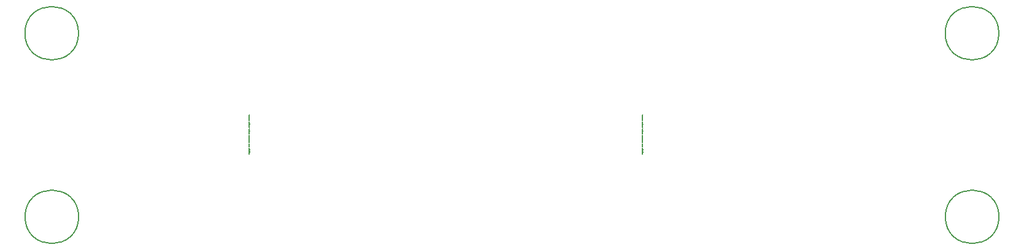
<source format=gbr>
G04 #@! TF.GenerationSoftware,KiCad,Pcbnew,(5.1.4)-1*
G04 #@! TF.CreationDate,2019-12-05T12:41:18-05:00*
G04 #@! TF.ProjectId,PB_16,50425f31-362e-46b6-9963-61645f706362,v1*
G04 #@! TF.SameCoordinates,Original*
G04 #@! TF.FileFunction,Other,Comment*
%FSLAX46Y46*%
G04 Gerber Fmt 4.6, Leading zero omitted, Abs format (unit mm)*
G04 Created by KiCad (PCBNEW (5.1.4)-1) date 2019-12-05 12:41:18*
%MOMM*%
%LPD*%
G04 APERTURE LIST*
%ADD10C,0.150000*%
%ADD11C,0.002000*%
G04 APERTURE END LIST*
D10*
X84813000Y-91693800D02*
G75*
G03X84813000Y-91693800I-3700000J0D01*
G01*
X84827600Y-117118600D02*
G75*
G03X84827600Y-117118600I-3700000J0D01*
G01*
X211813000Y-91693800D02*
G75*
G03X211813000Y-91693800I-3700000J0D01*
G01*
X211827600Y-117118600D02*
G75*
G03X211827600Y-117118600I-3700000J0D01*
G01*
D11*
X162607957Y-108334433D02*
X162614004Y-108340480D01*
X162620052Y-108358623D01*
X162620052Y-108370719D01*
X162614004Y-108388861D01*
X162601909Y-108400957D01*
X162589814Y-108407004D01*
X162565623Y-108413052D01*
X162547480Y-108413052D01*
X162523290Y-108407004D01*
X162511195Y-108400957D01*
X162499100Y-108388861D01*
X162493052Y-108370719D01*
X162493052Y-108358623D01*
X162499100Y-108340480D01*
X162505147Y-108334433D01*
X162620052Y-108261861D02*
X162614004Y-108273957D01*
X162607957Y-108280004D01*
X162595861Y-108286052D01*
X162559576Y-108286052D01*
X162547480Y-108280004D01*
X162541433Y-108273957D01*
X162535385Y-108261861D01*
X162535385Y-108243719D01*
X162541433Y-108231623D01*
X162547480Y-108225576D01*
X162559576Y-108219528D01*
X162595861Y-108219528D01*
X162607957Y-108225576D01*
X162614004Y-108231623D01*
X162620052Y-108243719D01*
X162620052Y-108261861D01*
X162535385Y-108165100D02*
X162662385Y-108165100D01*
X162541433Y-108165100D02*
X162535385Y-108153004D01*
X162535385Y-108128814D01*
X162541433Y-108116719D01*
X162547480Y-108110671D01*
X162559576Y-108104623D01*
X162595861Y-108104623D01*
X162607957Y-108110671D01*
X162614004Y-108116719D01*
X162620052Y-108128814D01*
X162620052Y-108153004D01*
X162614004Y-108165100D01*
X162535385Y-108062290D02*
X162620052Y-108032052D01*
X162535385Y-108001814D02*
X162620052Y-108032052D01*
X162650290Y-108044147D01*
X162656338Y-108050195D01*
X162662385Y-108062290D01*
X162620052Y-107953433D02*
X162535385Y-107953433D01*
X162559576Y-107953433D02*
X162547480Y-107947385D01*
X162541433Y-107941338D01*
X162535385Y-107929242D01*
X162535385Y-107917147D01*
X162620052Y-107874814D02*
X162535385Y-107874814D01*
X162493052Y-107874814D02*
X162499100Y-107880861D01*
X162505147Y-107874814D01*
X162499100Y-107868766D01*
X162493052Y-107874814D01*
X162505147Y-107874814D01*
X162535385Y-107759909D02*
X162638195Y-107759909D01*
X162650290Y-107765957D01*
X162656338Y-107772004D01*
X162662385Y-107784100D01*
X162662385Y-107802242D01*
X162656338Y-107814338D01*
X162614004Y-107759909D02*
X162620052Y-107772004D01*
X162620052Y-107796195D01*
X162614004Y-107808290D01*
X162607957Y-107814338D01*
X162595861Y-107820385D01*
X162559576Y-107820385D01*
X162547480Y-107814338D01*
X162541433Y-107808290D01*
X162535385Y-107796195D01*
X162535385Y-107772004D01*
X162541433Y-107759909D01*
X162620052Y-107699433D02*
X162493052Y-107699433D01*
X162620052Y-107645004D02*
X162553528Y-107645004D01*
X162541433Y-107651052D01*
X162535385Y-107663147D01*
X162535385Y-107681290D01*
X162541433Y-107693385D01*
X162547480Y-107699433D01*
X162535385Y-107602671D02*
X162535385Y-107554290D01*
X162493052Y-107584528D02*
X162601909Y-107584528D01*
X162614004Y-107578480D01*
X162620052Y-107566385D01*
X162620052Y-107554290D01*
X162505147Y-107421242D02*
X162499100Y-107415195D01*
X162493052Y-107403100D01*
X162493052Y-107372861D01*
X162499100Y-107360766D01*
X162505147Y-107354719D01*
X162517242Y-107348671D01*
X162529338Y-107348671D01*
X162547480Y-107354719D01*
X162620052Y-107427290D01*
X162620052Y-107348671D01*
X162493052Y-107270052D02*
X162493052Y-107257957D01*
X162499100Y-107245861D01*
X162505147Y-107239814D01*
X162517242Y-107233766D01*
X162541433Y-107227719D01*
X162571671Y-107227719D01*
X162595861Y-107233766D01*
X162607957Y-107239814D01*
X162614004Y-107245861D01*
X162620052Y-107257957D01*
X162620052Y-107270052D01*
X162614004Y-107282147D01*
X162607957Y-107288195D01*
X162595861Y-107294242D01*
X162571671Y-107300290D01*
X162541433Y-107300290D01*
X162517242Y-107294242D01*
X162505147Y-107288195D01*
X162499100Y-107282147D01*
X162493052Y-107270052D01*
X162620052Y-107106766D02*
X162620052Y-107179338D01*
X162620052Y-107143052D02*
X162493052Y-107143052D01*
X162511195Y-107155147D01*
X162523290Y-107167242D01*
X162529338Y-107179338D01*
X162493052Y-106997909D02*
X162493052Y-107022100D01*
X162499100Y-107034195D01*
X162505147Y-107040242D01*
X162523290Y-107052338D01*
X162547480Y-107058385D01*
X162595861Y-107058385D01*
X162607957Y-107052338D01*
X162614004Y-107046290D01*
X162620052Y-107034195D01*
X162620052Y-107010004D01*
X162614004Y-106997909D01*
X162607957Y-106991861D01*
X162595861Y-106985814D01*
X162565623Y-106985814D01*
X162553528Y-106991861D01*
X162547480Y-106997909D01*
X162541433Y-107010004D01*
X162541433Y-107034195D01*
X162547480Y-107046290D01*
X162553528Y-107052338D01*
X162565623Y-107058385D01*
X162583766Y-106840671D02*
X162583766Y-106780195D01*
X162620052Y-106852766D02*
X162493052Y-106810433D01*
X162620052Y-106768100D01*
X162614004Y-106671338D02*
X162620052Y-106683433D01*
X162620052Y-106707623D01*
X162614004Y-106719719D01*
X162607957Y-106725766D01*
X162595861Y-106731814D01*
X162559576Y-106731814D01*
X162547480Y-106725766D01*
X162541433Y-106719719D01*
X162535385Y-106707623D01*
X162535385Y-106683433D01*
X162541433Y-106671338D01*
X162614004Y-106562480D02*
X162620052Y-106574576D01*
X162620052Y-106598766D01*
X162614004Y-106610861D01*
X162607957Y-106616909D01*
X162595861Y-106622957D01*
X162559576Y-106622957D01*
X162547480Y-106616909D01*
X162541433Y-106610861D01*
X162535385Y-106598766D01*
X162535385Y-106574576D01*
X162541433Y-106562480D01*
X162614004Y-106459671D02*
X162620052Y-106471766D01*
X162620052Y-106495957D01*
X162614004Y-106508052D01*
X162601909Y-106514100D01*
X162553528Y-106514100D01*
X162541433Y-106508052D01*
X162535385Y-106495957D01*
X162535385Y-106471766D01*
X162541433Y-106459671D01*
X162553528Y-106453623D01*
X162565623Y-106453623D01*
X162577719Y-106514100D01*
X162620052Y-106381052D02*
X162614004Y-106393147D01*
X162601909Y-106399195D01*
X162493052Y-106399195D01*
X162614004Y-106284290D02*
X162620052Y-106296385D01*
X162620052Y-106320576D01*
X162614004Y-106332671D01*
X162601909Y-106338719D01*
X162553528Y-106338719D01*
X162541433Y-106332671D01*
X162535385Y-106320576D01*
X162535385Y-106296385D01*
X162541433Y-106284290D01*
X162553528Y-106278242D01*
X162565623Y-106278242D01*
X162577719Y-106338719D01*
X162620052Y-106223814D02*
X162535385Y-106223814D01*
X162559576Y-106223814D02*
X162547480Y-106217766D01*
X162541433Y-106211719D01*
X162535385Y-106199623D01*
X162535385Y-106187528D01*
X162620052Y-106090766D02*
X162553528Y-106090766D01*
X162541433Y-106096814D01*
X162535385Y-106108909D01*
X162535385Y-106133100D01*
X162541433Y-106145195D01*
X162614004Y-106090766D02*
X162620052Y-106102861D01*
X162620052Y-106133100D01*
X162614004Y-106145195D01*
X162601909Y-106151242D01*
X162589814Y-106151242D01*
X162577719Y-106145195D01*
X162571671Y-106133100D01*
X162571671Y-106102861D01*
X162565623Y-106090766D01*
X162535385Y-106048433D02*
X162535385Y-106000052D01*
X162493052Y-106030290D02*
X162601909Y-106030290D01*
X162614004Y-106024242D01*
X162620052Y-106012147D01*
X162620052Y-106000052D01*
X162614004Y-105909338D02*
X162620052Y-105921433D01*
X162620052Y-105945623D01*
X162614004Y-105957719D01*
X162601909Y-105963766D01*
X162553528Y-105963766D01*
X162541433Y-105957719D01*
X162535385Y-105945623D01*
X162535385Y-105921433D01*
X162541433Y-105909338D01*
X162553528Y-105903290D01*
X162565623Y-105903290D01*
X162577719Y-105963766D01*
X162620052Y-105794433D02*
X162493052Y-105794433D01*
X162614004Y-105794433D02*
X162620052Y-105806528D01*
X162620052Y-105830719D01*
X162614004Y-105842814D01*
X162607957Y-105848861D01*
X162595861Y-105854909D01*
X162559576Y-105854909D01*
X162547480Y-105848861D01*
X162541433Y-105842814D01*
X162535385Y-105830719D01*
X162535385Y-105806528D01*
X162541433Y-105794433D01*
X162620052Y-105637195D02*
X162493052Y-105637195D01*
X162493052Y-105606957D01*
X162499100Y-105588814D01*
X162511195Y-105576719D01*
X162523290Y-105570671D01*
X162547480Y-105564623D01*
X162565623Y-105564623D01*
X162589814Y-105570671D01*
X162601909Y-105576719D01*
X162614004Y-105588814D01*
X162620052Y-105606957D01*
X162620052Y-105637195D01*
X162614004Y-105461814D02*
X162620052Y-105473909D01*
X162620052Y-105498100D01*
X162614004Y-105510195D01*
X162601909Y-105516242D01*
X162553528Y-105516242D01*
X162541433Y-105510195D01*
X162535385Y-105498100D01*
X162535385Y-105473909D01*
X162541433Y-105461814D01*
X162553528Y-105455766D01*
X162565623Y-105455766D01*
X162577719Y-105516242D01*
X162614004Y-105407385D02*
X162620052Y-105395290D01*
X162620052Y-105371100D01*
X162614004Y-105359004D01*
X162601909Y-105352957D01*
X162595861Y-105352957D01*
X162583766Y-105359004D01*
X162577719Y-105371100D01*
X162577719Y-105389242D01*
X162571671Y-105401338D01*
X162559576Y-105407385D01*
X162553528Y-105407385D01*
X162541433Y-105401338D01*
X162535385Y-105389242D01*
X162535385Y-105371100D01*
X162541433Y-105359004D01*
X162620052Y-105298528D02*
X162535385Y-105298528D01*
X162493052Y-105298528D02*
X162499100Y-105304576D01*
X162505147Y-105298528D01*
X162499100Y-105292480D01*
X162493052Y-105298528D01*
X162505147Y-105298528D01*
X162535385Y-105183623D02*
X162638195Y-105183623D01*
X162650290Y-105189671D01*
X162656338Y-105195719D01*
X162662385Y-105207814D01*
X162662385Y-105225957D01*
X162656338Y-105238052D01*
X162614004Y-105183623D02*
X162620052Y-105195719D01*
X162620052Y-105219909D01*
X162614004Y-105232004D01*
X162607957Y-105238052D01*
X162595861Y-105244100D01*
X162559576Y-105244100D01*
X162547480Y-105238052D01*
X162541433Y-105232004D01*
X162535385Y-105219909D01*
X162535385Y-105195719D01*
X162541433Y-105183623D01*
X162535385Y-105123147D02*
X162620052Y-105123147D01*
X162547480Y-105123147D02*
X162541433Y-105117100D01*
X162535385Y-105105004D01*
X162535385Y-105086861D01*
X162541433Y-105074766D01*
X162553528Y-105068719D01*
X162620052Y-105068719D01*
X162614004Y-105014290D02*
X162620052Y-105002195D01*
X162620052Y-104978004D01*
X162614004Y-104965909D01*
X162601909Y-104959861D01*
X162595861Y-104959861D01*
X162583766Y-104965909D01*
X162577719Y-104978004D01*
X162577719Y-104996147D01*
X162571671Y-105008242D01*
X162559576Y-105014290D01*
X162553528Y-105014290D01*
X162541433Y-105008242D01*
X162535385Y-104996147D01*
X162535385Y-104978004D01*
X162541433Y-104965909D01*
X162607957Y-104905433D02*
X162614004Y-104899385D01*
X162620052Y-104905433D01*
X162614004Y-104911480D01*
X162607957Y-104905433D01*
X162620052Y-104905433D01*
X162583766Y-104754242D02*
X162583766Y-104693766D01*
X162620052Y-104766338D02*
X162493052Y-104724004D01*
X162620052Y-104681671D01*
X162620052Y-104621195D02*
X162614004Y-104633290D01*
X162601909Y-104639338D01*
X162493052Y-104639338D01*
X162620052Y-104554671D02*
X162614004Y-104566766D01*
X162601909Y-104572814D01*
X162493052Y-104572814D01*
X162620052Y-104409528D02*
X162535385Y-104409528D01*
X162559576Y-104409528D02*
X162547480Y-104403480D01*
X162541433Y-104397433D01*
X162535385Y-104385338D01*
X162535385Y-104373242D01*
X162620052Y-104330909D02*
X162535385Y-104330909D01*
X162493052Y-104330909D02*
X162499100Y-104336957D01*
X162505147Y-104330909D01*
X162499100Y-104324861D01*
X162493052Y-104330909D01*
X162505147Y-104330909D01*
X162535385Y-104216004D02*
X162638195Y-104216004D01*
X162650290Y-104222052D01*
X162656338Y-104228100D01*
X162662385Y-104240195D01*
X162662385Y-104258338D01*
X162656338Y-104270433D01*
X162614004Y-104216004D02*
X162620052Y-104228100D01*
X162620052Y-104252290D01*
X162614004Y-104264385D01*
X162607957Y-104270433D01*
X162595861Y-104276480D01*
X162559576Y-104276480D01*
X162547480Y-104270433D01*
X162541433Y-104264385D01*
X162535385Y-104252290D01*
X162535385Y-104228100D01*
X162541433Y-104216004D01*
X162620052Y-104155528D02*
X162493052Y-104155528D01*
X162620052Y-104101100D02*
X162553528Y-104101100D01*
X162541433Y-104107147D01*
X162535385Y-104119242D01*
X162535385Y-104137385D01*
X162541433Y-104149480D01*
X162547480Y-104155528D01*
X162535385Y-104058766D02*
X162535385Y-104010385D01*
X162493052Y-104040623D02*
X162601909Y-104040623D01*
X162614004Y-104034576D01*
X162620052Y-104022480D01*
X162620052Y-104010385D01*
X162614004Y-103974100D02*
X162620052Y-103962004D01*
X162620052Y-103937814D01*
X162614004Y-103925719D01*
X162601909Y-103919671D01*
X162595861Y-103919671D01*
X162583766Y-103925719D01*
X162577719Y-103937814D01*
X162577719Y-103955957D01*
X162571671Y-103968052D01*
X162559576Y-103974100D01*
X162553528Y-103974100D01*
X162541433Y-103968052D01*
X162535385Y-103955957D01*
X162535385Y-103937814D01*
X162541433Y-103925719D01*
X162620052Y-103768480D02*
X162535385Y-103768480D01*
X162559576Y-103768480D02*
X162547480Y-103762433D01*
X162541433Y-103756385D01*
X162535385Y-103744290D01*
X162535385Y-103732195D01*
X162614004Y-103641480D02*
X162620052Y-103653576D01*
X162620052Y-103677766D01*
X162614004Y-103689861D01*
X162601909Y-103695909D01*
X162553528Y-103695909D01*
X162541433Y-103689861D01*
X162535385Y-103677766D01*
X162535385Y-103653576D01*
X162541433Y-103641480D01*
X162553528Y-103635433D01*
X162565623Y-103635433D01*
X162577719Y-103695909D01*
X162614004Y-103587052D02*
X162620052Y-103574957D01*
X162620052Y-103550766D01*
X162614004Y-103538671D01*
X162601909Y-103532623D01*
X162595861Y-103532623D01*
X162583766Y-103538671D01*
X162577719Y-103550766D01*
X162577719Y-103568909D01*
X162571671Y-103581004D01*
X162559576Y-103587052D01*
X162553528Y-103587052D01*
X162541433Y-103581004D01*
X162535385Y-103568909D01*
X162535385Y-103550766D01*
X162541433Y-103538671D01*
X162614004Y-103429814D02*
X162620052Y-103441909D01*
X162620052Y-103466100D01*
X162614004Y-103478195D01*
X162601909Y-103484242D01*
X162553528Y-103484242D01*
X162541433Y-103478195D01*
X162535385Y-103466100D01*
X162535385Y-103441909D01*
X162541433Y-103429814D01*
X162553528Y-103423766D01*
X162565623Y-103423766D01*
X162577719Y-103484242D01*
X162620052Y-103369338D02*
X162535385Y-103369338D01*
X162559576Y-103369338D02*
X162547480Y-103363290D01*
X162541433Y-103357242D01*
X162535385Y-103345147D01*
X162535385Y-103333052D01*
X162535385Y-103302814D02*
X162620052Y-103272576D01*
X162535385Y-103242338D01*
X162614004Y-103145576D02*
X162620052Y-103157671D01*
X162620052Y-103181861D01*
X162614004Y-103193957D01*
X162601909Y-103200004D01*
X162553528Y-103200004D01*
X162541433Y-103193957D01*
X162535385Y-103181861D01*
X162535385Y-103157671D01*
X162541433Y-103145576D01*
X162553528Y-103139528D01*
X162565623Y-103139528D01*
X162577719Y-103200004D01*
X162620052Y-103030671D02*
X162493052Y-103030671D01*
X162614004Y-103030671D02*
X162620052Y-103042766D01*
X162620052Y-103066957D01*
X162614004Y-103079052D01*
X162607957Y-103085100D01*
X162595861Y-103091147D01*
X162559576Y-103091147D01*
X162547480Y-103085100D01*
X162541433Y-103079052D01*
X162535385Y-103066957D01*
X162535385Y-103042766D01*
X162541433Y-103030671D01*
X162607957Y-102970195D02*
X162614004Y-102964147D01*
X162620052Y-102970195D01*
X162614004Y-102976242D01*
X162607957Y-102970195D01*
X162620052Y-102970195D01*
X108357957Y-108334433D02*
X108364004Y-108340480D01*
X108370052Y-108358623D01*
X108370052Y-108370719D01*
X108364004Y-108388861D01*
X108351909Y-108400957D01*
X108339814Y-108407004D01*
X108315623Y-108413052D01*
X108297480Y-108413052D01*
X108273290Y-108407004D01*
X108261195Y-108400957D01*
X108249100Y-108388861D01*
X108243052Y-108370719D01*
X108243052Y-108358623D01*
X108249100Y-108340480D01*
X108255147Y-108334433D01*
X108370052Y-108261861D02*
X108364004Y-108273957D01*
X108357957Y-108280004D01*
X108345861Y-108286052D01*
X108309576Y-108286052D01*
X108297480Y-108280004D01*
X108291433Y-108273957D01*
X108285385Y-108261861D01*
X108285385Y-108243719D01*
X108291433Y-108231623D01*
X108297480Y-108225576D01*
X108309576Y-108219528D01*
X108345861Y-108219528D01*
X108357957Y-108225576D01*
X108364004Y-108231623D01*
X108370052Y-108243719D01*
X108370052Y-108261861D01*
X108285385Y-108165100D02*
X108412385Y-108165100D01*
X108291433Y-108165100D02*
X108285385Y-108153004D01*
X108285385Y-108128814D01*
X108291433Y-108116719D01*
X108297480Y-108110671D01*
X108309576Y-108104623D01*
X108345861Y-108104623D01*
X108357957Y-108110671D01*
X108364004Y-108116719D01*
X108370052Y-108128814D01*
X108370052Y-108153004D01*
X108364004Y-108165100D01*
X108285385Y-108062290D02*
X108370052Y-108032052D01*
X108285385Y-108001814D02*
X108370052Y-108032052D01*
X108400290Y-108044147D01*
X108406338Y-108050195D01*
X108412385Y-108062290D01*
X108370052Y-107953433D02*
X108285385Y-107953433D01*
X108309576Y-107953433D02*
X108297480Y-107947385D01*
X108291433Y-107941338D01*
X108285385Y-107929242D01*
X108285385Y-107917147D01*
X108370052Y-107874814D02*
X108285385Y-107874814D01*
X108243052Y-107874814D02*
X108249100Y-107880861D01*
X108255147Y-107874814D01*
X108249100Y-107868766D01*
X108243052Y-107874814D01*
X108255147Y-107874814D01*
X108285385Y-107759909D02*
X108388195Y-107759909D01*
X108400290Y-107765957D01*
X108406338Y-107772004D01*
X108412385Y-107784100D01*
X108412385Y-107802242D01*
X108406338Y-107814338D01*
X108364004Y-107759909D02*
X108370052Y-107772004D01*
X108370052Y-107796195D01*
X108364004Y-107808290D01*
X108357957Y-107814338D01*
X108345861Y-107820385D01*
X108309576Y-107820385D01*
X108297480Y-107814338D01*
X108291433Y-107808290D01*
X108285385Y-107796195D01*
X108285385Y-107772004D01*
X108291433Y-107759909D01*
X108370052Y-107699433D02*
X108243052Y-107699433D01*
X108370052Y-107645004D02*
X108303528Y-107645004D01*
X108291433Y-107651052D01*
X108285385Y-107663147D01*
X108285385Y-107681290D01*
X108291433Y-107693385D01*
X108297480Y-107699433D01*
X108285385Y-107602671D02*
X108285385Y-107554290D01*
X108243052Y-107584528D02*
X108351909Y-107584528D01*
X108364004Y-107578480D01*
X108370052Y-107566385D01*
X108370052Y-107554290D01*
X108255147Y-107421242D02*
X108249100Y-107415195D01*
X108243052Y-107403100D01*
X108243052Y-107372861D01*
X108249100Y-107360766D01*
X108255147Y-107354719D01*
X108267242Y-107348671D01*
X108279338Y-107348671D01*
X108297480Y-107354719D01*
X108370052Y-107427290D01*
X108370052Y-107348671D01*
X108243052Y-107270052D02*
X108243052Y-107257957D01*
X108249100Y-107245861D01*
X108255147Y-107239814D01*
X108267242Y-107233766D01*
X108291433Y-107227719D01*
X108321671Y-107227719D01*
X108345861Y-107233766D01*
X108357957Y-107239814D01*
X108364004Y-107245861D01*
X108370052Y-107257957D01*
X108370052Y-107270052D01*
X108364004Y-107282147D01*
X108357957Y-107288195D01*
X108345861Y-107294242D01*
X108321671Y-107300290D01*
X108291433Y-107300290D01*
X108267242Y-107294242D01*
X108255147Y-107288195D01*
X108249100Y-107282147D01*
X108243052Y-107270052D01*
X108370052Y-107106766D02*
X108370052Y-107179338D01*
X108370052Y-107143052D02*
X108243052Y-107143052D01*
X108261195Y-107155147D01*
X108273290Y-107167242D01*
X108279338Y-107179338D01*
X108243052Y-106997909D02*
X108243052Y-107022100D01*
X108249100Y-107034195D01*
X108255147Y-107040242D01*
X108273290Y-107052338D01*
X108297480Y-107058385D01*
X108345861Y-107058385D01*
X108357957Y-107052338D01*
X108364004Y-107046290D01*
X108370052Y-107034195D01*
X108370052Y-107010004D01*
X108364004Y-106997909D01*
X108357957Y-106991861D01*
X108345861Y-106985814D01*
X108315623Y-106985814D01*
X108303528Y-106991861D01*
X108297480Y-106997909D01*
X108291433Y-107010004D01*
X108291433Y-107034195D01*
X108297480Y-107046290D01*
X108303528Y-107052338D01*
X108315623Y-107058385D01*
X108333766Y-106840671D02*
X108333766Y-106780195D01*
X108370052Y-106852766D02*
X108243052Y-106810433D01*
X108370052Y-106768100D01*
X108364004Y-106671338D02*
X108370052Y-106683433D01*
X108370052Y-106707623D01*
X108364004Y-106719719D01*
X108357957Y-106725766D01*
X108345861Y-106731814D01*
X108309576Y-106731814D01*
X108297480Y-106725766D01*
X108291433Y-106719719D01*
X108285385Y-106707623D01*
X108285385Y-106683433D01*
X108291433Y-106671338D01*
X108364004Y-106562480D02*
X108370052Y-106574576D01*
X108370052Y-106598766D01*
X108364004Y-106610861D01*
X108357957Y-106616909D01*
X108345861Y-106622957D01*
X108309576Y-106622957D01*
X108297480Y-106616909D01*
X108291433Y-106610861D01*
X108285385Y-106598766D01*
X108285385Y-106574576D01*
X108291433Y-106562480D01*
X108364004Y-106459671D02*
X108370052Y-106471766D01*
X108370052Y-106495957D01*
X108364004Y-106508052D01*
X108351909Y-106514100D01*
X108303528Y-106514100D01*
X108291433Y-106508052D01*
X108285385Y-106495957D01*
X108285385Y-106471766D01*
X108291433Y-106459671D01*
X108303528Y-106453623D01*
X108315623Y-106453623D01*
X108327719Y-106514100D01*
X108370052Y-106381052D02*
X108364004Y-106393147D01*
X108351909Y-106399195D01*
X108243052Y-106399195D01*
X108364004Y-106284290D02*
X108370052Y-106296385D01*
X108370052Y-106320576D01*
X108364004Y-106332671D01*
X108351909Y-106338719D01*
X108303528Y-106338719D01*
X108291433Y-106332671D01*
X108285385Y-106320576D01*
X108285385Y-106296385D01*
X108291433Y-106284290D01*
X108303528Y-106278242D01*
X108315623Y-106278242D01*
X108327719Y-106338719D01*
X108370052Y-106223814D02*
X108285385Y-106223814D01*
X108309576Y-106223814D02*
X108297480Y-106217766D01*
X108291433Y-106211719D01*
X108285385Y-106199623D01*
X108285385Y-106187528D01*
X108370052Y-106090766D02*
X108303528Y-106090766D01*
X108291433Y-106096814D01*
X108285385Y-106108909D01*
X108285385Y-106133100D01*
X108291433Y-106145195D01*
X108364004Y-106090766D02*
X108370052Y-106102861D01*
X108370052Y-106133100D01*
X108364004Y-106145195D01*
X108351909Y-106151242D01*
X108339814Y-106151242D01*
X108327719Y-106145195D01*
X108321671Y-106133100D01*
X108321671Y-106102861D01*
X108315623Y-106090766D01*
X108285385Y-106048433D02*
X108285385Y-106000052D01*
X108243052Y-106030290D02*
X108351909Y-106030290D01*
X108364004Y-106024242D01*
X108370052Y-106012147D01*
X108370052Y-106000052D01*
X108364004Y-105909338D02*
X108370052Y-105921433D01*
X108370052Y-105945623D01*
X108364004Y-105957719D01*
X108351909Y-105963766D01*
X108303528Y-105963766D01*
X108291433Y-105957719D01*
X108285385Y-105945623D01*
X108285385Y-105921433D01*
X108291433Y-105909338D01*
X108303528Y-105903290D01*
X108315623Y-105903290D01*
X108327719Y-105963766D01*
X108370052Y-105794433D02*
X108243052Y-105794433D01*
X108364004Y-105794433D02*
X108370052Y-105806528D01*
X108370052Y-105830719D01*
X108364004Y-105842814D01*
X108357957Y-105848861D01*
X108345861Y-105854909D01*
X108309576Y-105854909D01*
X108297480Y-105848861D01*
X108291433Y-105842814D01*
X108285385Y-105830719D01*
X108285385Y-105806528D01*
X108291433Y-105794433D01*
X108370052Y-105637195D02*
X108243052Y-105637195D01*
X108243052Y-105606957D01*
X108249100Y-105588814D01*
X108261195Y-105576719D01*
X108273290Y-105570671D01*
X108297480Y-105564623D01*
X108315623Y-105564623D01*
X108339814Y-105570671D01*
X108351909Y-105576719D01*
X108364004Y-105588814D01*
X108370052Y-105606957D01*
X108370052Y-105637195D01*
X108364004Y-105461814D02*
X108370052Y-105473909D01*
X108370052Y-105498100D01*
X108364004Y-105510195D01*
X108351909Y-105516242D01*
X108303528Y-105516242D01*
X108291433Y-105510195D01*
X108285385Y-105498100D01*
X108285385Y-105473909D01*
X108291433Y-105461814D01*
X108303528Y-105455766D01*
X108315623Y-105455766D01*
X108327719Y-105516242D01*
X108364004Y-105407385D02*
X108370052Y-105395290D01*
X108370052Y-105371100D01*
X108364004Y-105359004D01*
X108351909Y-105352957D01*
X108345861Y-105352957D01*
X108333766Y-105359004D01*
X108327719Y-105371100D01*
X108327719Y-105389242D01*
X108321671Y-105401338D01*
X108309576Y-105407385D01*
X108303528Y-105407385D01*
X108291433Y-105401338D01*
X108285385Y-105389242D01*
X108285385Y-105371100D01*
X108291433Y-105359004D01*
X108370052Y-105298528D02*
X108285385Y-105298528D01*
X108243052Y-105298528D02*
X108249100Y-105304576D01*
X108255147Y-105298528D01*
X108249100Y-105292480D01*
X108243052Y-105298528D01*
X108255147Y-105298528D01*
X108285385Y-105183623D02*
X108388195Y-105183623D01*
X108400290Y-105189671D01*
X108406338Y-105195719D01*
X108412385Y-105207814D01*
X108412385Y-105225957D01*
X108406338Y-105238052D01*
X108364004Y-105183623D02*
X108370052Y-105195719D01*
X108370052Y-105219909D01*
X108364004Y-105232004D01*
X108357957Y-105238052D01*
X108345861Y-105244100D01*
X108309576Y-105244100D01*
X108297480Y-105238052D01*
X108291433Y-105232004D01*
X108285385Y-105219909D01*
X108285385Y-105195719D01*
X108291433Y-105183623D01*
X108285385Y-105123147D02*
X108370052Y-105123147D01*
X108297480Y-105123147D02*
X108291433Y-105117100D01*
X108285385Y-105105004D01*
X108285385Y-105086861D01*
X108291433Y-105074766D01*
X108303528Y-105068719D01*
X108370052Y-105068719D01*
X108364004Y-105014290D02*
X108370052Y-105002195D01*
X108370052Y-104978004D01*
X108364004Y-104965909D01*
X108351909Y-104959861D01*
X108345861Y-104959861D01*
X108333766Y-104965909D01*
X108327719Y-104978004D01*
X108327719Y-104996147D01*
X108321671Y-105008242D01*
X108309576Y-105014290D01*
X108303528Y-105014290D01*
X108291433Y-105008242D01*
X108285385Y-104996147D01*
X108285385Y-104978004D01*
X108291433Y-104965909D01*
X108357957Y-104905433D02*
X108364004Y-104899385D01*
X108370052Y-104905433D01*
X108364004Y-104911480D01*
X108357957Y-104905433D01*
X108370052Y-104905433D01*
X108333766Y-104754242D02*
X108333766Y-104693766D01*
X108370052Y-104766338D02*
X108243052Y-104724004D01*
X108370052Y-104681671D01*
X108370052Y-104621195D02*
X108364004Y-104633290D01*
X108351909Y-104639338D01*
X108243052Y-104639338D01*
X108370052Y-104554671D02*
X108364004Y-104566766D01*
X108351909Y-104572814D01*
X108243052Y-104572814D01*
X108370052Y-104409528D02*
X108285385Y-104409528D01*
X108309576Y-104409528D02*
X108297480Y-104403480D01*
X108291433Y-104397433D01*
X108285385Y-104385338D01*
X108285385Y-104373242D01*
X108370052Y-104330909D02*
X108285385Y-104330909D01*
X108243052Y-104330909D02*
X108249100Y-104336957D01*
X108255147Y-104330909D01*
X108249100Y-104324861D01*
X108243052Y-104330909D01*
X108255147Y-104330909D01*
X108285385Y-104216004D02*
X108388195Y-104216004D01*
X108400290Y-104222052D01*
X108406338Y-104228100D01*
X108412385Y-104240195D01*
X108412385Y-104258338D01*
X108406338Y-104270433D01*
X108364004Y-104216004D02*
X108370052Y-104228100D01*
X108370052Y-104252290D01*
X108364004Y-104264385D01*
X108357957Y-104270433D01*
X108345861Y-104276480D01*
X108309576Y-104276480D01*
X108297480Y-104270433D01*
X108291433Y-104264385D01*
X108285385Y-104252290D01*
X108285385Y-104228100D01*
X108291433Y-104216004D01*
X108370052Y-104155528D02*
X108243052Y-104155528D01*
X108370052Y-104101100D02*
X108303528Y-104101100D01*
X108291433Y-104107147D01*
X108285385Y-104119242D01*
X108285385Y-104137385D01*
X108291433Y-104149480D01*
X108297480Y-104155528D01*
X108285385Y-104058766D02*
X108285385Y-104010385D01*
X108243052Y-104040623D02*
X108351909Y-104040623D01*
X108364004Y-104034576D01*
X108370052Y-104022480D01*
X108370052Y-104010385D01*
X108364004Y-103974100D02*
X108370052Y-103962004D01*
X108370052Y-103937814D01*
X108364004Y-103925719D01*
X108351909Y-103919671D01*
X108345861Y-103919671D01*
X108333766Y-103925719D01*
X108327719Y-103937814D01*
X108327719Y-103955957D01*
X108321671Y-103968052D01*
X108309576Y-103974100D01*
X108303528Y-103974100D01*
X108291433Y-103968052D01*
X108285385Y-103955957D01*
X108285385Y-103937814D01*
X108291433Y-103925719D01*
X108370052Y-103768480D02*
X108285385Y-103768480D01*
X108309576Y-103768480D02*
X108297480Y-103762433D01*
X108291433Y-103756385D01*
X108285385Y-103744290D01*
X108285385Y-103732195D01*
X108364004Y-103641480D02*
X108370052Y-103653576D01*
X108370052Y-103677766D01*
X108364004Y-103689861D01*
X108351909Y-103695909D01*
X108303528Y-103695909D01*
X108291433Y-103689861D01*
X108285385Y-103677766D01*
X108285385Y-103653576D01*
X108291433Y-103641480D01*
X108303528Y-103635433D01*
X108315623Y-103635433D01*
X108327719Y-103695909D01*
X108364004Y-103587052D02*
X108370052Y-103574957D01*
X108370052Y-103550766D01*
X108364004Y-103538671D01*
X108351909Y-103532623D01*
X108345861Y-103532623D01*
X108333766Y-103538671D01*
X108327719Y-103550766D01*
X108327719Y-103568909D01*
X108321671Y-103581004D01*
X108309576Y-103587052D01*
X108303528Y-103587052D01*
X108291433Y-103581004D01*
X108285385Y-103568909D01*
X108285385Y-103550766D01*
X108291433Y-103538671D01*
X108364004Y-103429814D02*
X108370052Y-103441909D01*
X108370052Y-103466100D01*
X108364004Y-103478195D01*
X108351909Y-103484242D01*
X108303528Y-103484242D01*
X108291433Y-103478195D01*
X108285385Y-103466100D01*
X108285385Y-103441909D01*
X108291433Y-103429814D01*
X108303528Y-103423766D01*
X108315623Y-103423766D01*
X108327719Y-103484242D01*
X108370052Y-103369338D02*
X108285385Y-103369338D01*
X108309576Y-103369338D02*
X108297480Y-103363290D01*
X108291433Y-103357242D01*
X108285385Y-103345147D01*
X108285385Y-103333052D01*
X108285385Y-103302814D02*
X108370052Y-103272576D01*
X108285385Y-103242338D01*
X108364004Y-103145576D02*
X108370052Y-103157671D01*
X108370052Y-103181861D01*
X108364004Y-103193957D01*
X108351909Y-103200004D01*
X108303528Y-103200004D01*
X108291433Y-103193957D01*
X108285385Y-103181861D01*
X108285385Y-103157671D01*
X108291433Y-103145576D01*
X108303528Y-103139528D01*
X108315623Y-103139528D01*
X108327719Y-103200004D01*
X108370052Y-103030671D02*
X108243052Y-103030671D01*
X108364004Y-103030671D02*
X108370052Y-103042766D01*
X108370052Y-103066957D01*
X108364004Y-103079052D01*
X108357957Y-103085100D01*
X108345861Y-103091147D01*
X108309576Y-103091147D01*
X108297480Y-103085100D01*
X108291433Y-103079052D01*
X108285385Y-103066957D01*
X108285385Y-103042766D01*
X108291433Y-103030671D01*
X108357957Y-102970195D02*
X108364004Y-102964147D01*
X108370052Y-102970195D01*
X108364004Y-102976242D01*
X108357957Y-102970195D01*
X108370052Y-102970195D01*
M02*

</source>
